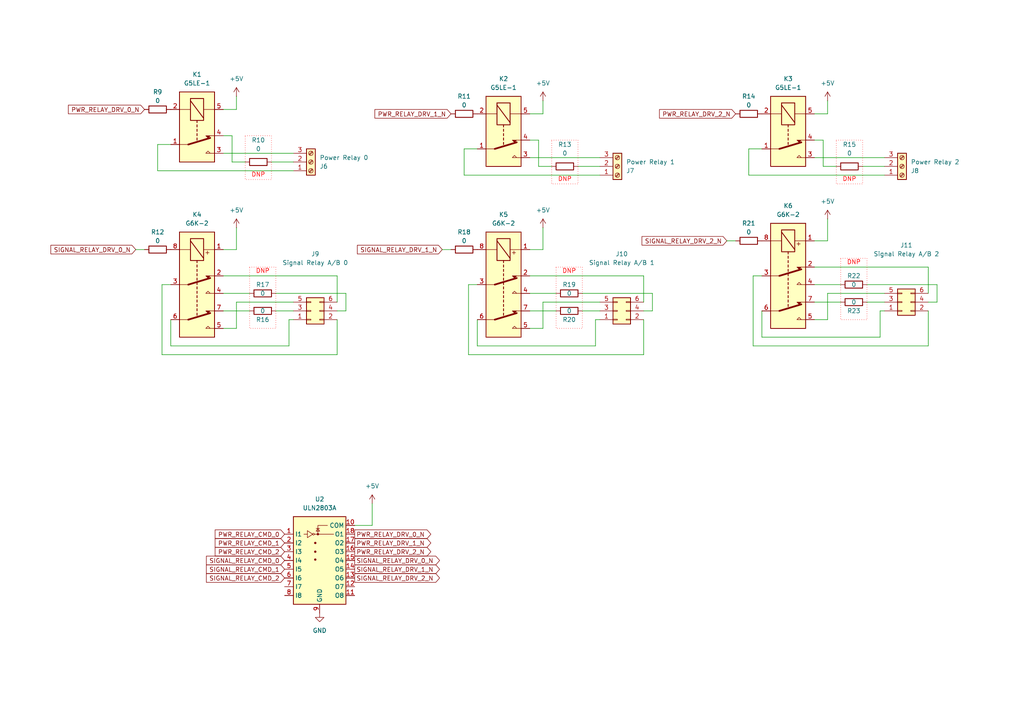
<source format=kicad_sch>
(kicad_sch (version 20250114) (generator "eeschema") (generator_version "9.0")
  (paper "A4")
  (lib_symbols
    (symbol "Connector:Screw_Terminal_01x03" (pin_names (offset 1.016) (hide yes))
      (property "Reference" "J" (at 0 5.08 0))
      (property "Value" "Screw_Terminal_01x03" (at 0 -5.08 0))
      (symbol "Screw_Terminal_01x03_1_1"
        (rectangle (start -1.27 3.81) (end 1.27 -3.81) (stroke (width 0.254)) (fill (type background)))
        (polyline (pts (xy -0.5334 2.8702) (xy 0.3302 2.032)) (stroke (width 0.1524)))
        (polyline (pts (xy -0.5334 0.3302) (xy 0.3302 -0.508)) (stroke (width 0.1524)))
        (polyline (pts (xy -0.5334 -2.2098) (xy 0.3302 -3.048)) (stroke (width 0.1524)))
        (polyline (pts (xy -0.3556 3.048) (xy 0.508 2.2098)) (stroke (width 0.1524)))
        (polyline (pts (xy -0.3556 0.508) (xy 0.508 -0.3302)) (stroke (width 0.1524)))
        (polyline (pts (xy -0.3556 -2.032) (xy 0.508 -2.8702)) (stroke (width 0.1524)))
        (circle (center 0 2.54) (radius 0.635) (stroke (width 0.1524)))
        (circle (center 0 0) (radius 0.635) (stroke (width 0.1524)))
        (circle (center 0 -2.54) (radius 0.635) (stroke (width 0.1524)))
        (pin passive line (at -5.08 2.54 0) (length 3.81) (name "Pin_1") (number "1"))
        (pin passive line (at -5.08 0 0) (length 3.81) (name "Pin_2") (number "2"))
        (pin passive line (at -5.08 -2.54 0) (length 3.81) (name "Pin_3") (number "3"))
      )
    )
    (symbol "Connector_Generic:Conn_02x03_Odd_Even" (pin_names (offset 1.016) (hide yes))
      (property "Reference" "J" (at 1.27 5.08 0))
      (property "Value" "Conn_02x03_Odd_Even" (at 1.27 -5.08 0))
      (symbol "Conn_02x03_Odd_Even_1_1"
        (rectangle (start -1.27 3.81) (end 3.81 -3.81) (stroke (width 0.254)) (fill (type background)))
        (rectangle (start -1.27 2.667) (end 0 2.413) (stroke (width 0.1524)))
        (rectangle (start -1.27 0.127) (end 0 -0.127) (stroke (width 0.1524)))
        (rectangle (start -1.27 -2.413) (end 0 -2.667) (stroke (width 0.1524)))
        (rectangle (start 3.81 2.667) (end 2.54 2.413) (stroke (width 0.1524)))
        (rectangle (start 3.81 0.127) (end 2.54 -0.127) (stroke (width 0.1524)))
        (rectangle (start 3.81 -2.413) (end 2.54 -2.667) (stroke (width 0.1524)))
        (pin passive line (at -5.08 2.54 0) (length 3.81) (name "Pin_1") (number "1"))
        (pin passive line (at -5.08 0 0) (length 3.81) (name "Pin_3") (number "3"))
        (pin passive line (at -5.08 -2.54 0) (length 3.81) (name "Pin_5") (number "5"))
        (pin passive line (at 7.62 2.54 180) (length 3.81) (name "Pin_2") (number "2"))
        (pin passive line (at 7.62 0 180) (length 3.81) (name "Pin_4") (number "4"))
        (pin passive line (at 7.62 -2.54 180) (length 3.81) (name "Pin_6") (number "6"))
      )
    )
    (symbol "Device:R" (pin_numbers (hide yes)) (pin_names (offset 0))
      (property "Reference" "R" (at 2.032 0 90))
      (property "Value" "R" (at 0 0 90))
      (symbol "R_0_1"
        (rectangle (start -1.016 -2.54) (end 1.016 2.54) (stroke (width 0.254)))
      )
      (symbol "R_1_1"
        (pin passive line (at 0 3.81 270) (length 1.27) (name "~") (number "1"))
        (pin passive line (at 0 -3.81 90) (length 1.27) (name "~") (number "2"))
      )
    )
    (symbol "Relay:G5LE-1"
      (property "Reference" "K" (at 11.43 3.81 0))
      (property "Value" "G5LE-1" (at 11.43 1.27 0))
      (symbol "G5LE-1_0_0"
        (polyline (pts (xy 7.62 5.08) (xy 7.62 2.54) (xy 6.985 3.175) (xy 7.62 3.81)))
      )
      (symbol "G5LE-1_0_1"
        (rectangle (start -10.16 5.08) (end 10.16 -5.08) (stroke (width 0.254)) (fill (type background)))
        (rectangle (start -8.255 1.905) (end -1.905 -1.905) (stroke (width 0.254)))
        (polyline (pts (xy -7.62 -1.905) (xy -2.54 1.905)) (stroke (width 0.254)))
        (polyline (pts (xy -5.08 5.08) (xy -5.08 1.905)))
        (polyline (pts (xy -5.08 -5.08) (xy -5.08 -1.905)))
        (polyline (pts (xy -1.905 0) (xy -1.27 0)) (stroke (width 0.254)))
        (polyline (pts (xy -0.635 0) (xy 0 0)) (stroke (width 0.254)))
        (polyline (pts (xy 0.635 0) (xy 1.27 0)) (stroke (width 0.254)))
        (polyline (pts (xy 1.905 0) (xy 2.54 0)) (stroke (width 0.254)))
        (polyline (pts (xy 2.54 5.08) (xy 2.54 2.54) (xy 3.175 3.175) (xy 2.54 3.81)) (fill (type outline)))
        (polyline (pts (xy 3.175 0) (xy 3.81 0)) (stroke (width 0.254)))
        (polyline (pts (xy 5.08 -2.54) (xy 3.175 3.81)) (stroke (width 0.508)))
        (polyline (pts (xy 5.08 -2.54) (xy 5.08 -5.08)))
      )
      (symbol "G5LE-1_1_1"
        (pin passive line (at -5.08 7.62 270) (length 2.54) (name "~") (number "5"))
        (pin passive line (at -5.08 -7.62 90) (length 2.54) (name "~") (number "2"))
        (pin passive line (at 2.54 7.62 270) (length 2.54) (name "~") (number "4"))
        (pin passive line (at 5.08 -7.62 90) (length 2.54) (name "~") (number "1"))
        (pin passive line (at 7.62 7.62 270) (length 2.54) (name "~") (number "3"))
      )
    )
    (symbol "Relay:G6K-2"
      (property "Reference" "K" (at 16.51 3.81 0))
      (property "Value" "G6K-2" (at 16.51 1.27 0))
      (symbol "G6K-2_0_0"
        (text "+" (at -9.271 2.921 0) (effects (font (size 1.27 1.27))))
      )
      (symbol "G6K-2_0_1"
        (rectangle (start -15.24 5.08) (end 15.24 -5.08) (stroke (width 0.254)) (fill (type background)))
        (rectangle (start -13.335 1.905) (end -6.985 -1.905) (stroke (width 0.254)))
        (polyline (pts (xy -12.7 -1.905) (xy -7.62 1.905)) (stroke (width 0.254)))
        (polyline (pts (xy -10.16 5.08) (xy -10.16 1.905)))
        (polyline (pts (xy -10.16 -5.08) (xy -10.16 -1.905)))
        (polyline (pts (xy -6.985 0) (xy -6.35 0)) (stroke (width 0.254)))
        (polyline (pts (xy -5.715 0) (xy -5.08 0)) (stroke (width 0.254)))
        (polyline (pts (xy -4.445 0) (xy -3.81 0)) (stroke (width 0.254)))
        (polyline (pts (xy -3.175 0) (xy -2.54 0)) (stroke (width 0.254)))
        (polyline (pts (xy -2.54 5.08) (xy -2.54 2.54) (xy -1.905 3.175) (xy -2.54 3.81)) (fill (type outline)))
        (polyline (pts (xy -1.905 0) (xy -1.27 0)) (stroke (width 0.254)))
        (polyline (pts (xy -0.635 0) (xy 0 0)) (stroke (width 0.254)))
        (polyline (pts (xy 0 -2.54) (xy -1.905 3.81)) (stroke (width 0.508)))
        (polyline (pts (xy 0 -2.54) (xy 0 -5.08)))
        (polyline (pts (xy 0.635 0) (xy 1.27 0)) (stroke (width 0.254)))
        (polyline (pts (xy 1.905 0) (xy 2.54 0)) (stroke (width 0.254)))
        (polyline (pts (xy 2.54 5.08) (xy 2.54 2.54) (xy 1.905 3.175) (xy 2.54 3.81)))
        (polyline (pts (xy 3.175 0) (xy 3.81 0)) (stroke (width 0.254)))
        (polyline (pts (xy 4.445 0) (xy 5.08 0)) (stroke (width 0.254)))
        (polyline (pts (xy 5.715 0) (xy 6.35 0)) (stroke (width 0.254)))
        (polyline (pts (xy 6.985 0) (xy 7.62 0)) (stroke (width 0.254)))
        (polyline (pts (xy 7.62 5.08) (xy 7.62 2.54) (xy 8.255 3.175) (xy 7.62 3.81)) (fill (type outline)))
        (polyline (pts (xy 8.255 0) (xy 8.89 0)) (stroke (width 0.254)))
        (polyline (pts (xy 10.16 -2.54) (xy 8.255 3.81)) (stroke (width 0.508)))
        (polyline (pts (xy 10.16 -2.54) (xy 10.16 -5.08)))
        (polyline (pts (xy 12.7 5.08) (xy 12.7 2.54) (xy 12.065 3.175) (xy 12.7 3.81)))
      )
      (symbol "G6K-2_1_1"
        (pin passive line (at -10.16 7.62 270) (length 2.54) (name "~") (number "1"))
        (pin passive line (at -10.16 -7.62 90) (length 2.54) (name "~") (number "8"))
        (pin passive line (at -2.54 7.62 270) (length 2.54) (name "~") (number "2"))
        (pin passive line (at 0 -7.62 90) (length 2.54) (name "~") (number "3"))
        (pin passive line (at 2.54 7.62 270) (length 2.54) (name "~") (number "4"))
        (pin passive line (at 7.62 7.62 270) (length 2.54) (name "~") (number "7"))
        (pin passive line (at 10.16 -7.62 90) (length 2.54) (name "~") (number "6"))
        (pin passive line (at 12.7 7.62 270) (length 2.54) (name "~") (number "5"))
      )
    )
    (symbol "Transistor_Array:ULN2803A"
      (property "Reference" "U" (at 0 13.335 0))
      (property "Value" "ULN2803A" (at 0 11.43 0))
      (symbol "ULN2803A_0_1"
        (rectangle (start -7.62 -15.24) (end 7.62 10.16) (stroke (width 0.254)) (fill (type background)))
        (polyline (pts (xy -4.572 5.08) (xy -3.556 5.08)))
        (polyline (pts (xy -3.556 6.096) (xy -3.556 4.064) (xy -2.032 5.08) (xy -3.556 6.096)))
        (circle (center -1.778 5.08) (radius 0.254))
        (polyline (pts (xy -1.524 5.08) (xy 4.064 5.08)))
        (circle (center -1.27 2.54) (radius 0.254) (fill (type outline)))
        (circle (center -1.27 0) (radius 0.254) (fill (type outline)))
        (circle (center -1.27 -2.286) (radius 0.254) (fill (type outline)))
        (circle (center -0.508 5.08) (radius 0.254) (fill (type outline)))
        (polyline (pts (xy -0.508 5.08) (xy -0.508 7.62) (xy 2.286 7.62)))
        (polyline (pts (xy 0 6.731) (xy -1.016 6.731)))
        (polyline (pts (xy 0 5.969) (xy -1.016 5.969) (xy -0.508 6.731) (xy 0 5.969)))
      )
      (symbol "ULN2803A_1_1"
        (pin input line (at -10.16 5.08 0) (length 2.54) (name "I1") (number "1"))
        (pin input line (at -10.16 2.54 0) (length 2.54) (name "I2") (number "2"))
        (pin input line (at -10.16 0 0) (length 2.54) (name "I3") (number "3"))
        (pin input line (at -10.16 -2.54 0) (length 2.54) (name "I4") (number "4"))
        (pin input line (at -10.16 -5.08 0) (length 2.54) (name "I5") (number "5"))
        (pin input line (at -10.16 -7.62 0) (length 2.54) (name "I6") (number "6"))
        (pin input line (at -10.16 -10.16 0) (length 2.54) (name "I7") (number "7"))
        (pin input line (at -10.16 -12.7 0) (length 2.54) (name "I8") (number "8"))
        (pin power_in line (at 0 -17.78 90) (length 2.54) (name "GND") (number "9"))
        (pin passive line (at 10.16 7.62 180) (length 2.54) (name "COM") (number "10"))
        (pin open_collector line (at 10.16 5.08 180) (length 2.54) (name "O1") (number "18"))
        (pin open_collector line (at 10.16 2.54 180) (length 2.54) (name "O2") (number "17"))
        (pin open_collector line (at 10.16 0 180) (length 2.54) (name "O3") (number "16"))
        (pin open_collector line (at 10.16 -2.54 180) (length 2.54) (name "O4") (number "15"))
        (pin open_collector line (at 10.16 -5.08 180) (length 2.54) (name "O5") (number "14"))
        (pin open_collector line (at 10.16 -7.62 180) (length 2.54) (name "O6") (number "13"))
        (pin open_collector line (at 10.16 -10.16 180) (length 2.54) (name "O7") (number "12"))
        (pin open_collector line (at 10.16 -12.7 180) (length 2.54) (name "O8") (number "11"))
      )
    )
    (symbol "power:+5V" (power) (pin_numbers (hide yes)) (pin_names (offset 0) (hide yes))
      (property "Value" "+5V" (at 0 3.556 0))
      (symbol "+5V_0_1"
        (polyline (pts (xy -0.762 1.27) (xy 0 2.54)))
        (polyline (pts (xy 0 2.54) (xy 0.762 1.27)))
        (polyline (pts (xy 0 0) (xy 0 2.54)))
      )
      (symbol "+5V_1_1"
        (pin power_in line (at 0 0 90) (length 0) (name "~") (number "1"))
      )
    )
    (symbol "power:GND" (power) (pin_numbers (hide yes)) (pin_names (offset 0) (hide yes))
      (property "Value" "GND" (at 0 -3.81 0))
      (symbol "GND_0_1"
        (polyline (pts (xy 0 0) (xy 0 -1.27) (xy 1.27 -1.27) (xy 0 -2.54) (xy -1.27 -1.27) (xy 0 -1.27)))
      )
      (symbol "GND_1_1"
        (pin power_in line (at 0 0 270) (length 0) (name "~") (number "1"))
      )
    )
  )
  (rectangle (start 242.57 40.64) (end 250.19 53.34) (stroke (width 0) (type dot) (color 255 0 0 1)))
  (rectangle (start 71.12 39.37) (end 78.74 52.07) (stroke (width 0) (type dot) (color 255 0 0 1)))
  (rectangle (start 161.29 77.47) (end 168.91 95.25) (stroke (width 0) (type dot) (color 255 0 0 1)))
  (rectangle (start 243.84 74.93) (end 251.46 92.71) (stroke (width 0) (type dot) (color 255 0 0 1)))
  (rectangle (start 72.39 77.47) (end 80.01 95.25) (stroke (width 0) (type dot) (color 255 0 0 1)))
  (rectangle (start 160.02 40.64) (end 167.64 53.34) (stroke (width 0) (type dot) (color 255 0 0 1)))
  (text "DNP" (at 163.83 52.07 0) (effects (font (size 1.27 1.27))))
  (text "DNP" (at 246.38 52.07 0) (effects (font (size 1.27 1.27))))
  (text "DNP" (at 247.65 76.2 0) (effects (font (size 1.27 1.27))))
  (text "DNP" (at 74.93 50.8 0) (effects (font (size 1.27 1.27))))
  (text "DNP" (at 76.2 78.74 0) (effects (font (size 1.27 1.27))))
  (text "DNP" (at 165.1 78.74 0) (effects (font (size 1.27 1.27))))
  (wire (pts (xy 217.17 43.18) (xy 217.17 50.8)))
  (wire (pts (xy 100.33 90.17) (xy 97.79 90.17)))
  (wire (pts (xy 255.27 97.79) (xy 220.98 97.79)))
  (wire (pts (xy 97.79 102.87) (xy 46.99 102.87)))
  (wire (pts (xy 173.99 87.63) (xy 157.48 87.63)))
  (wire (pts (xy 189.23 85.09) (xy 189.23 90.17)))
  (wire (pts (xy 236.22 45.72) (xy 256.54 45.72)))
  (wire (pts (xy 107.95 152.4) (xy 107.95 146.05)))
  (wire (pts (xy 157.48 95.25) (xy 153.67 95.25)))
  (wire (pts (xy 45.72 41.91) (xy 49.53 41.91)))
  (wire (pts (xy 64.77 85.09) (xy 72.39 85.09)))
  (wire (pts (xy 83.82 92.71) (xy 83.82 100.33)))
  (wire (pts (xy 68.58 95.25) (xy 64.77 95.25)))
  (wire (pts (xy 102.87 152.4) (xy 107.95 152.4)))
  (wire (pts (xy 134.62 50.8) (xy 173.99 50.8)))
  (wire (pts (xy 45.72 41.91) (xy 45.72 49.53)))
  (wire (pts (xy 64.77 39.37) (xy 67.31 39.37)))
  (wire (pts (xy 153.67 85.09) (xy 161.29 85.09)))
  (wire (pts (xy 97.79 92.71) (xy 97.79 102.87)))
  (wire (pts (xy 236.22 82.55) (xy 243.84 82.55)))
  (wire (pts (xy 218.44 80.01) (xy 220.98 80.01)))
  (wire (pts (xy 271.78 82.55) (xy 271.78 87.63)))
  (wire (pts (xy 64.77 90.17) (xy 72.39 90.17)))
  (wire (pts (xy 217.17 50.8) (xy 256.54 50.8)))
  (wire (pts (xy 240.03 63.5) (xy 240.03 69.85)))
  (wire (pts (xy 269.24 77.47) (xy 236.22 77.47)))
  (wire (pts (xy 83.82 100.33) (xy 49.53 100.33)))
  (wire (pts (xy 80.01 90.17) (xy 85.09 90.17)))
  (wire (pts (xy 68.58 27.94) (xy 68.58 31.75)))
  (wire (pts (xy 68.58 66.04) (xy 68.58 72.39)))
  (wire (pts (xy 153.67 33.02) (xy 157.48 33.02)))
  (wire (pts (xy 269.24 90.17) (xy 269.24 100.33)))
  (wire (pts (xy 156.21 48.26) (xy 160.02 48.26)))
  (wire (pts (xy 67.31 46.99) (xy 71.12 46.99)))
  (wire (pts (xy 64.77 72.39) (xy 68.58 72.39)))
  (wire (pts (xy 138.43 100.33) (xy 138.43 92.71)))
  (wire (pts (xy 134.62 43.18) (xy 138.43 43.18)))
  (wire (pts (xy 240.03 85.09) (xy 240.03 92.71)))
  (wire (pts (xy 128.27 72.39) (xy 130.81 72.39)))
  (wire (pts (xy 255.27 90.17) (xy 255.27 97.79)))
  (wire (pts (xy 153.67 72.39) (xy 157.48 72.39)))
  (wire (pts (xy 172.72 100.33) (xy 138.43 100.33)))
  (wire (pts (xy 46.99 82.55) (xy 49.53 82.55)))
  (wire (pts (xy 240.03 92.71) (xy 236.22 92.71)))
  (wire (pts (xy 251.46 87.63) (xy 256.54 87.63)))
  (wire (pts (xy 236.22 40.64) (xy 238.76 40.64)))
  (wire (pts (xy 97.79 87.63) (xy 97.79 80.01)))
  (wire (pts (xy 85.09 92.71) (xy 83.82 92.71)))
  (wire (pts (xy 256.54 90.17) (xy 255.27 90.17)))
  (wire (pts (xy 153.67 40.64) (xy 156.21 40.64)))
  (wire (pts (xy 64.77 31.75) (xy 68.58 31.75)))
  (wire (pts (xy 39.37 72.39) (xy 41.91 72.39)))
  (wire (pts (xy 236.22 87.63) (xy 243.84 87.63)))
  (wire (pts (xy 210.82 69.85) (xy 213.36 69.85)))
  (wire (pts (xy 172.72 92.71) (xy 172.72 100.33)))
  (wire (pts (xy 238.76 48.26) (xy 242.57 48.26)))
  (wire (pts (xy 157.48 66.04) (xy 157.48 72.39)))
  (wire (pts (xy 256.54 85.09) (xy 240.03 85.09)))
  (wire (pts (xy 251.46 82.55) (xy 271.78 82.55)))
  (wire (pts (xy 135.89 82.55) (xy 138.43 82.55)))
  (wire (pts (xy 67.31 39.37) (xy 67.31 46.99)))
  (wire (pts (xy 156.21 40.64) (xy 156.21 48.26)))
  (wire (pts (xy 189.23 90.17) (xy 186.69 90.17)))
  (wire (pts (xy 173.99 92.71) (xy 172.72 92.71)))
  (wire (pts (xy 49.53 100.33) (xy 49.53 92.71)))
  (wire (pts (xy 153.67 45.72) (xy 173.99 45.72)))
  (wire (pts (xy 269.24 77.47) (xy 269.24 85.09)))
  (wire (pts (xy 80.01 85.09) (xy 100.33 85.09)))
  (wire (pts (xy 269.24 100.33) (xy 218.44 100.33)))
  (wire (pts (xy 153.67 90.17) (xy 161.29 90.17)))
  (wire (pts (xy 236.22 33.02) (xy 240.03 33.02)))
  (wire (pts (xy 85.09 87.63) (xy 68.58 87.63)))
  (wire (pts (xy 157.48 29.21) (xy 157.48 33.02)))
  (wire (pts (xy 46.99 102.87) (xy 46.99 82.55)))
  (wire (pts (xy 220.98 97.79) (xy 220.98 90.17)))
  (wire (pts (xy 97.79 80.01) (xy 64.77 80.01)))
  (wire (pts (xy 269.24 87.63) (xy 271.78 87.63)))
  (wire (pts (xy 68.58 87.63) (xy 68.58 95.25)))
  (wire (pts (xy 240.03 29.21) (xy 240.03 33.02)))
  (wire (pts (xy 238.76 40.64) (xy 238.76 48.26)))
  (wire (pts (xy 186.69 87.63) (xy 186.69 80.01)))
  (wire (pts (xy 218.44 100.33) (xy 218.44 80.01)))
  (wire (pts (xy 217.17 43.18) (xy 220.98 43.18)))
  (wire (pts (xy 100.33 85.09) (xy 100.33 90.17)))
  (wire (pts (xy 64.77 44.45) (xy 85.09 44.45)))
  (wire (pts (xy 186.69 102.87) (xy 135.89 102.87)))
  (wire (pts (xy 168.91 85.09) (xy 189.23 85.09)))
  (wire (pts (xy 157.48 87.63) (xy 157.48 95.25)))
  (wire (pts (xy 186.69 80.01) (xy 153.67 80.01)))
  (wire (pts (xy 250.19 48.26) (xy 256.54 48.26)))
  (wire (pts (xy 45.72 49.53) (xy 85.09 49.53)))
  (wire (pts (xy 186.69 92.71) (xy 186.69 102.87)))
  (wire (pts (xy 134.62 43.18) (xy 134.62 50.8)))
  (wire (pts (xy 236.22 69.85) (xy 240.03 69.85)))
  (wire (pts (xy 167.64 48.26) (xy 173.99 48.26)))
  (wire (pts (xy 78.74 46.99) (xy 85.09 46.99)))
  (wire (pts (xy 135.89 102.87) (xy 135.89 82.55)))
  (wire (pts (xy 168.91 90.17) (xy 173.99 90.17)))
  (global_label "SIGNAL_RELAY_CMD_1" (shape input) (at 82.55 165.1 180) (property "Intersheetrefs" "${INTERSHEET_REFS}" (effects (hide yes))))
  (global_label "SIGNAL_RELAY_DRV_2_N" (shape output) (at 102.87 167.64 0) (property "Intersheetrefs" "${INTERSHEET_REFS}" (effects (hide yes))))
  (global_label "PWR_RELAY_DRV_1_N" (shape input) (at 130.81 33.02 180) (property "Intersheetrefs" "${INTERSHEET_REFS}" (effects (hide yes))))
  (global_label "SIGNAL_RELAY_DRV_2_N" (shape input) (at 210.82 69.85 180) (property "Intersheetrefs" "${INTERSHEET_REFS}" (effects (hide yes))))
  (global_label "PWR_RELAY_CMD_2" (shape input) (at 82.55 160.02 180) (property "Intersheetrefs" "${INTERSHEET_REFS}" (effects (hide yes))))
  (global_label "PWR_RELAY_DRV_2_N" (shape output) (at 102.87 160.02 0) (property "Intersheetrefs" "${INTERSHEET_REFS}" (effects (hide yes))))
  (global_label "SIGNAL_RELAY_DRV_1_N" (shape output) (at 102.87 165.1 0) (property "Intersheetrefs" "${INTERSHEET_REFS}" (effects (hide yes))))
  (global_label "SIGNAL_RELAY_DRV_0_N" (shape output) (at 102.87 162.56 0) (property "Intersheetrefs" "${INTERSHEET_REFS}" (effects (hide yes))))
  (global_label "PWR_RELAY_CMD_1" (shape input) (at 82.55 157.48 180) (property "Intersheetrefs" "${INTERSHEET_REFS}" (effects (hide yes))))
  (global_label "PWR_RELAY_CMD_0" (shape input) (at 82.55 154.94 180) (property "Intersheetrefs" "${INTERSHEET_REFS}" (effects (hide yes))))
  (global_label "SIGNAL_RELAY_DRV_1_N" (shape input) (at 128.27 72.39 180) (property "Intersheetrefs" "${INTERSHEET_REFS}" (effects (hide yes))))
  (global_label "SIGNAL_RELAY_CMD_2" (shape input) (at 82.55 167.64 180) (property "Intersheetrefs" "${INTERSHEET_REFS}" (effects (hide yes))))
  (global_label "SIGNAL_RELAY_DRV_0_N" (shape input) (at 39.37 72.39 180) (property "Intersheetrefs" "${INTERSHEET_REFS}" (effects (hide yes))))
  (global_label "PWR_RELAY_DRV_2_N" (shape input) (at 213.36 33.02 180) (property "Intersheetrefs" "${INTERSHEET_REFS}" (effects (hide yes))))
  (global_label "PWR_RELAY_DRV_1_N" (shape output) (at 102.87 157.48 0) (property "Intersheetrefs" "${INTERSHEET_REFS}" (effects (hide yes))))
  (global_label "PWR_RELAY_DRV_0_N" (shape input) (at 41.91 31.75 180) (property "Intersheetrefs" "${INTERSHEET_REFS}" (effects (hide yes))))
  (global_label "SIGNAL_RELAY_CMD_0" (shape input) (at 82.55 162.56 180) (property "Intersheetrefs" "${INTERSHEET_REFS}" (effects (hide yes))))
  (global_label "PWR_RELAY_DRV_0_N" (shape output) (at 102.87 154.94 0) (property "Intersheetrefs" "${INTERSHEET_REFS}" (effects (hide yes))))
  (symbol (lib_id "Device:R") (at 45.72 72.39 90) (unit 1)
    (property "Reference" "R12" (at 45.72 67.31 90))
    (property "Value" "0" (at 45.72 69.85 90))
    (property "Description" "Resistor" (effects (hide yes)))
  )
  (symbol (lib_id "Transistor_Array:ULN2803A") (at 92.71 160.02 0) (unit 1)
    (property "Reference" "U2" (at 92.71 144.78 0))
    (property "Value" "ULN2803A" (at 92.71 147.32 0))
    (property "Datasheet" "http://www.ti.com/lit/ds/symlink/uln2803a.pdf" (effects (hide yes)))
    (property "Description" "Darlington Transistor Arrays, SOIC18/DIP18" (effects (hide yes)))
  )
  (symbol (lib_id "Relay:G6K-2") (at 57.15 82.55 270) (unit 1)
    (property "Reference" "K4" (at 57.15 62.23 90))
    (property "Value" "G6K-2" (at 57.15 64.77 90))
    (property "Footprint" "Relay_SMD:Relay_DPDT_Omron_G6K-2F-Y" (effects (hide yes)))
    (property "Datasheet" "http://omronfs.omron.com/en_US/ecb/products/pdf/en-g6k.pdf" (effects (hide yes)))
    (property "Description" "Miniature 2-pole relay, Single-side Stable" (effects (hide yes)))
  )
  (symbol (lib_id "power:+5V") (at 157.48 66.04 0) (unit 1)
    (property "Reference" "#PWR029" (effects (hide yes)))
    (property "Value" "+5V" (at 157.48 60.96 0))
    (property "Description" "Power symbol creates a global label with name \"+5V\"" (effects (hide yes)))
  )
  (symbol (lib_id "Device:R") (at 247.65 82.55 90) (unit 1)
    (property "Reference" "R22" (at 247.65 80.01 90))
    (property "Value" "0" (at 247.65 82.55 90))
    (property "Description" "Resistor" (effects (hide yes)))
  )
  (symbol (lib_id "Relay:G6K-2") (at 228.6 80.01 270) (unit 1)
    (property "Reference" "K6" (at 228.6 59.69 90))
    (property "Value" "G6K-2" (at 228.6 62.23 90))
    (property "Footprint" "Relay_SMD:Relay_DPDT_Omron_G6K-2F-Y" (effects (hide yes)))
    (property "Datasheet" "http://omronfs.omron.com/en_US/ecb/products/pdf/en-g6k.pdf" (effects (hide yes)))
    (property "Description" "Miniature 2-pole relay, Single-side Stable" (effects (hide yes)))
  )
  (symbol (lib_id "Relay:G5LE-1") (at 146.05 38.1 270) (unit 1)
    (property "Reference" "K2" (at 146.05 22.86 90))
    (property "Value" "G5LE-1" (at 146.05 25.4 90))
    (property "Footprint" "Relay_THT:Relay_SPDT_Omron-G5LE-1" (effects (hide yes)))
    (property "Datasheet" "http://www.omron.com/ecb/products/pdf/en-g5le.pdf" (effects (hide yes)))
    (property "Description" "Omron G5LE relay, Miniature Single Pole, SPDT, 10A" (effects (hide yes)))
  )
  (symbol (lib_id "Connector_Generic:Conn_02x03_Odd_Even") (at 179.07 90.17 0) (mirror x) (unit 1)
    (property "Reference" "J10" (at 180.34 73.66 0))
    (property "Value" "Signal Relay A/B 1" (at 180.34 76.2 0))
    (property "Description" "Generic connector, double row, 02x03, odd/even pin numbering scheme (row 1 odd numbers, row 2 even numbers), script generated (kicad-library-utils/schlib/autogen/connector/)" (effects (hide yes)))
  )
  (symbol (lib_id "Device:R") (at 247.65 87.63 90) (unit 1)
    (property "Reference" "R23" (at 247.65 90.17 90))
    (property "Value" "0" (at 247.65 87.63 90))
    (property "Description" "Resistor" (effects (hide yes)))
  )
  (symbol (lib_id "power:+5V") (at 107.95 146.05 0) (unit 1)
    (property "Reference" "#PWR016" (effects (hide yes)))
    (property "Value" "+5V" (at 107.95 140.97 0))
    (property "Description" "Power symbol creates a global label with name \"+5V\"" (effects (hide yes)))
  )
  (symbol (lib_id "power:GND") (at 92.71 177.8 0) (unit 1)
    (property "Reference" "#PWR011" (effects (hide yes)))
    (property "Value" "GND" (at 92.71 182.88 0))
    (property "Description" "Power symbol creates a global label with name \"GND\" , ground" (effects (hide yes)))
  )
  (symbol (lib_id "Device:R") (at 134.62 72.39 90) (unit 1)
    (property "Reference" "R18" (at 134.62 67.31 90))
    (property "Value" "0" (at 134.62 69.85 90))
    (property "Description" "Resistor" (effects (hide yes)))
  )
  (symbol (lib_id "Relay:G6K-2") (at 146.05 82.55 270) (unit 1)
    (property "Reference" "K5" (at 146.05 62.23 90))
    (property "Value" "G6K-2" (at 146.05 64.77 90))
    (property "Footprint" "Relay_SMD:Relay_DPDT_Omron_G6K-2F-Y" (effects (hide yes)))
    (property "Datasheet" "http://omronfs.omron.com/en_US/ecb/products/pdf/en-g6k.pdf" (effects (hide yes)))
    (property "Description" "Miniature 2-pole relay, Single-side Stable" (effects (hide yes)))
  )
  (symbol (lib_id "power:+5V") (at 68.58 27.94 0) (unit 1)
    (property "Reference" "#PWR025" (effects (hide yes)))
    (property "Value" "+5V" (at 68.58 22.86 0))
    (property "Description" "Power symbol creates a global label with name \"+5V\"" (effects (hide yes)))
  )
  (symbol (lib_id "Device:R") (at 134.62 33.02 90) (unit 1)
    (property "Reference" "R11" (at 134.62 27.94 90))
    (property "Value" "0" (at 134.62 30.48 90))
    (property "Description" "Resistor" (effects (hide yes)))
  )
  (symbol (lib_id "Device:R") (at 165.1 85.09 90) (unit 1)
    (property "Reference" "R19" (at 165.1 82.55 90))
    (property "Value" "0" (at 165.1 85.09 90))
    (property "Description" "Resistor" (effects (hide yes)))
  )
  (symbol (lib_id "power:+5V") (at 157.48 29.21 0) (unit 1)
    (property "Reference" "#PWR026" (effects (hide yes)))
    (property "Value" "+5V" (at 157.48 24.13 0))
    (property "Description" "Power symbol creates a global label with name \"+5V\"" (effects (hide yes)))
  )
  (symbol (lib_id "power:+5V") (at 68.58 66.04 0) (unit 1)
    (property "Reference" "#PWR028" (effects (hide yes)))
    (property "Value" "+5V" (at 68.58 60.96 0))
    (property "Description" "Power symbol creates a global label with name \"+5V\"" (effects (hide yes)))
  )
  (symbol (lib_id "Device:R") (at 74.93 46.99 90) (unit 1)
    (property "Reference" "R10" (at 74.93 40.64 90))
    (property "Value" "0" (at 74.93 43.18 90))
    (property "Description" "Resistor" (effects (hide yes)))
  )
  (symbol (lib_id "Device:R") (at 45.72 31.75 90) (unit 1)
    (property "Reference" "R9" (at 45.72 26.67 90))
    (property "Value" "0" (at 45.72 29.21 90))
    (property "Description" "Resistor" (effects (hide yes)))
  )
  (symbol (lib_id "Device:R") (at 217.17 33.02 90) (unit 1)
    (property "Reference" "R14" (at 217.17 27.94 90))
    (property "Value" "0" (at 217.17 30.48 90))
    (property "Description" "Resistor" (effects (hide yes)))
  )
  (symbol (lib_id "Connector:Screw_Terminal_01x03") (at 261.62 48.26 0) (mirror x) (unit 1)
    (property "Reference" "J8" (at 264.16 49.5301 0) (effects (justify left)))
    (property "Value" "Power Relay 2" (at 264.16 46.9901 0) (effects (justify left)))
    (property "Description" "Generic screw terminal, single row, 01x03, script generated (kicad-library-utils/schlib/autogen/connector/)" (effects (hide yes)))
  )
  (symbol (lib_id "Connector_Generic:Conn_02x03_Odd_Even") (at 261.62 87.63 0) (mirror x) (unit 1)
    (property "Reference" "J11" (at 262.89 71.12 0))
    (property "Value" "Signal Relay A/B 2" (at 262.89 73.66 0))
    (property "Description" "Generic connector, double row, 02x03, odd/even pin numbering scheme (row 1 odd numbers, row 2 even numbers), script generated (kicad-library-utils/schlib/autogen/connector/)" (effects (hide yes)))
  )
  (symbol (lib_id "Connector_Generic:Conn_02x03_Odd_Even") (at 90.17 90.17 0) (mirror x) (unit 1)
    (property "Reference" "J9" (at 91.44 73.66 0))
    (property "Value" "Signal Relay A/B 0" (at 91.44 76.2 0))
    (property "Description" "Generic connector, double row, 02x03, odd/even pin numbering scheme (row 1 odd numbers, row 2 even numbers), script generated (kicad-library-utils/schlib/autogen/connector/)" (effects (hide yes)))
  )
  (symbol (lib_id "Connector:Screw_Terminal_01x03") (at 179.07 48.26 0) (mirror x) (unit 1)
    (property "Reference" "J7" (at 181.61 49.5301 0) (effects (justify left)))
    (property "Value" "Power Relay 1" (at 181.61 46.9901 0) (effects (justify left)))
    (property "Description" "Generic screw terminal, single row, 01x03, script generated (kicad-library-utils/schlib/autogen/connector/)" (effects (hide yes)))
  )
  (symbol (lib_id "Device:R") (at 217.17 69.85 90) (unit 1)
    (property "Reference" "R21" (at 217.17 64.77 90))
    (property "Value" "0" (at 217.17 67.31 90))
    (property "Description" "Resistor" (effects (hide yes)))
  )
  (symbol (lib_id "power:+5V") (at 240.03 29.21 0) (unit 1)
    (property "Reference" "#PWR027" (effects (hide yes)))
    (property "Value" "+5V" (at 240.03 24.13 0))
    (property "Description" "Power symbol creates a global label with name \"+5V\"" (effects (hide yes)))
  )
  (symbol (lib_id "Device:R") (at 246.38 48.26 90) (unit 1)
    (property "Reference" "R15" (at 246.38 41.91 90))
    (property "Value" "0" (at 246.38 44.45 90))
    (property "Description" "Resistor" (effects (hide yes)))
  )
  (symbol (lib_id "Device:R") (at 76.2 90.17 90) (unit 1)
    (property "Reference" "R16" (at 76.2 92.71 90))
    (property "Value" "0" (at 76.2 90.17 90))
    (property "Description" "Resistor" (effects (hide yes)))
  )
  (symbol (lib_id "Device:R") (at 165.1 90.17 90) (unit 1)
    (property "Reference" "R20" (at 165.1 92.71 90))
    (property "Value" "0" (at 165.1 90.17 90))
    (property "Description" "Resistor" (effects (hide yes)))
  )
  (symbol (lib_id "Connector:Screw_Terminal_01x03") (at 90.17 46.99 0) (mirror x) (unit 1)
    (property "Reference" "J6" (at 92.71 48.2601 0) (effects (justify left)))
    (property "Value" "Power Relay 0" (at 92.71 45.7201 0) (effects (justify left)))
    (property "Description" "Generic screw terminal, single row, 01x03, script generated (kicad-library-utils/schlib/autogen/connector/)" (effects (hide yes)))
  )
  (symbol (lib_id "Relay:G5LE-1") (at 228.6 38.1 270) (unit 1)
    (property "Reference" "K3" (at 228.6 22.86 90))
    (property "Value" "G5LE-1" (at 228.6 25.4 90))
    (property "Footprint" "Relay_THT:Relay_SPDT_Omron-G5LE-1" (effects (hide yes)))
    (property "Datasheet" "http://www.omron.com/ecb/products/pdf/en-g5le.pdf" (effects (hide yes)))
    (property "Description" "Omron G5LE relay, Miniature Single Pole, SPDT, 10A" (effects (hide yes)))
  )
  (symbol (lib_id "Device:R") (at 76.2 85.09 90) (unit 1)
    (property "Reference" "R17" (at 76.2 82.55 90))
    (property "Value" "0" (at 76.2 85.09 90))
    (property "Description" "Resistor" (effects (hide yes)))
  )
  (symbol (lib_id "power:+5V") (at 240.03 63.5 0) (unit 1)
    (property "Reference" "#PWR030" (effects (hide yes)))
    (property "Value" "+5V" (at 240.03 58.42 0))
    (property "Description" "Power symbol creates a global label with name \"+5V\"" (effects (hide yes)))
  )
  (symbol (lib_id "Relay:G5LE-1") (at 57.15 36.83 270) (unit 1)
    (property "Reference" "K1" (at 57.15 21.59 90))
    (property "Value" "G5LE-1" (at 57.15 24.13 90))
    (property "Footprint" "Relay_THT:Relay_SPDT_Omron-G5LE-1" (effects (hide yes)))
    (property "Datasheet" "http://www.omron.com/ecb/products/pdf/en-g5le.pdf" (effects (hide yes)))
    (property "Description" "Omron G5LE relay, Miniature Single Pole, SPDT, 10A" (effects (hide yes)))
  )
  (symbol (lib_id "Device:R") (at 163.83 48.26 90) (unit 1)
    (property "Reference" "R13" (at 163.83 41.91 90))
    (property "Value" "0" (at 163.83 44.45 90))
    (property "Description" "Resistor" (effects (hide yes)))
  )
)
</source>
